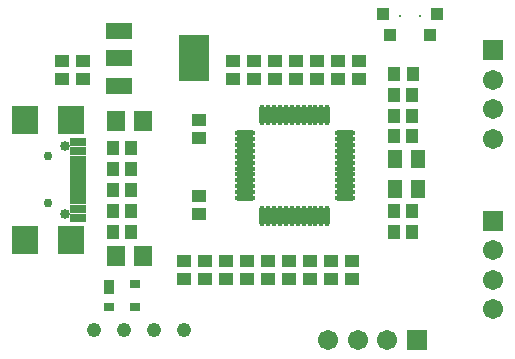
<source format=gts>
G04*
G04 #@! TF.GenerationSoftware,Altium Limited,Altium Designer,21.2.2 (38)*
G04*
G04 Layer_Color=8388736*
%FSLAX25Y25*%
%MOIN*%
G70*
G04*
G04 #@! TF.SameCoordinates,90EED6A2-F189-4C83-9C70-3762F5BC3ACE*
G04*
G04*
G04 #@! TF.FilePolarity,Negative*
G04*
G01*
G75*
%ADD37R,0.04461X0.04658*%
%ADD38R,0.03556X0.03162*%
%ADD39R,0.03556X0.05131*%
%ADD40R,0.04658X0.04461*%
%ADD41R,0.09855X0.15761*%
%ADD42R,0.08674X0.05524*%
%ADD43R,0.06056X0.06706*%
%ADD44R,0.04343X0.03950*%
%ADD45R,0.03950X0.03950*%
%ADD46R,0.05131X0.05918*%
%ADD47O,0.06706X0.01863*%
%ADD48O,0.01863X0.06706*%
%ADD49R,0.08674X0.09383*%
%ADD50R,0.05328X0.03162*%
%ADD51R,0.05328X0.01981*%
G04:AMPARAMS|DCode=52|XSize=48mil|YSize=48mil|CornerRadius=24mil|HoleSize=0mil|Usage=FLASHONLY|Rotation=0.000|XOffset=0mil|YOffset=0mil|HoleType=Round|Shape=RoundedRectangle|*
%AMROUNDEDRECTD52*
21,1,0.04800,0.00000,0,0,0.0*
21,1,0.00000,0.04800,0,0,0.0*
1,1,0.04800,0.00000,0.00000*
1,1,0.04800,0.00000,0.00000*
1,1,0.04800,0.00000,0.00000*
1,1,0.04800,0.00000,0.00000*
%
%ADD52ROUNDEDRECTD52*%
%ADD53R,0.06706X0.06706*%
%ADD54C,0.06706*%
%ADD55R,0.06706X0.06706*%
%ADD56C,0.00800*%
%ADD57C,0.02965*%
%ADD58C,0.03359*%
D37*
X45531Y41500D02*
D03*
X39469D02*
D03*
X45531Y48500D02*
D03*
X39469D02*
D03*
X45531Y69500D02*
D03*
X39469D02*
D03*
X39469Y62500D02*
D03*
X45531D02*
D03*
X39469Y55500D02*
D03*
X45531D02*
D03*
X139032Y87250D02*
D03*
X132968D02*
D03*
X132968Y80250D02*
D03*
X139032D02*
D03*
X139281Y94250D02*
D03*
X133219D02*
D03*
X133012Y48532D02*
D03*
X139075D02*
D03*
X133012Y73532D02*
D03*
X139075D02*
D03*
X132968Y41500D02*
D03*
X139032D02*
D03*
D38*
X46830Y24240D02*
D03*
Y16760D02*
D03*
X38169D02*
D03*
D39*
Y23453D02*
D03*
D40*
X68000Y53531D02*
D03*
Y47469D02*
D03*
X86500Y92468D02*
D03*
Y98531D02*
D03*
X79500Y92468D02*
D03*
Y98531D02*
D03*
X29500Y92469D02*
D03*
Y98532D02*
D03*
X22500Y92469D02*
D03*
Y98532D02*
D03*
X98000Y32032D02*
D03*
Y25969D02*
D03*
X84000Y32032D02*
D03*
Y25969D02*
D03*
X70000Y32032D02*
D03*
Y25969D02*
D03*
X91000Y32032D02*
D03*
Y25969D02*
D03*
X77000Y32032D02*
D03*
Y25969D02*
D03*
X63000Y25969D02*
D03*
Y32032D02*
D03*
X105000Y25969D02*
D03*
Y32032D02*
D03*
X112000Y25969D02*
D03*
Y32032D02*
D03*
X68000Y72969D02*
D03*
Y79031D02*
D03*
X93500Y92469D02*
D03*
Y98532D02*
D03*
X100500Y98532D02*
D03*
Y92469D02*
D03*
X107500Y92469D02*
D03*
Y98532D02*
D03*
X114500Y98782D02*
D03*
Y92718D02*
D03*
X121500Y92718D02*
D03*
Y98782D02*
D03*
X119000Y25969D02*
D03*
Y32032D02*
D03*
D41*
X66500Y99500D02*
D03*
D42*
X41500D02*
D03*
Y90445D02*
D03*
Y108555D02*
D03*
D43*
X49498Y33500D02*
D03*
X40502D02*
D03*
X49498Y78500D02*
D03*
X40502D02*
D03*
D44*
X129400Y114300D02*
D03*
X147510D02*
D03*
D45*
X145089Y107449D02*
D03*
X131900D02*
D03*
D46*
X133300Y65800D02*
D03*
X141200D02*
D03*
X133300Y56100D02*
D03*
X141200D02*
D03*
D47*
X116747Y52941D02*
D03*
Y54911D02*
D03*
Y56878D02*
D03*
Y58848D02*
D03*
Y60815D02*
D03*
Y62785D02*
D03*
Y64752D02*
D03*
Y66721D02*
D03*
Y68689D02*
D03*
Y70658D02*
D03*
Y72626D02*
D03*
Y74595D02*
D03*
X83284D02*
D03*
Y72626D02*
D03*
Y70658D02*
D03*
Y68689D02*
D03*
Y66721D02*
D03*
Y64752D02*
D03*
Y62785D02*
D03*
Y60815D02*
D03*
Y58848D02*
D03*
Y56878D02*
D03*
Y54911D02*
D03*
Y52941D02*
D03*
D48*
X110843Y80501D02*
D03*
X108874Y80500D02*
D03*
X106906Y80501D02*
D03*
X104937Y80500D02*
D03*
X102969Y80501D02*
D03*
X101000Y80500D02*
D03*
X99032Y80501D02*
D03*
X97063Y80500D02*
D03*
X95095Y80501D02*
D03*
X93126Y80500D02*
D03*
X91158Y80501D02*
D03*
X89189Y80500D02*
D03*
X89188Y47036D02*
D03*
X91157Y47037D02*
D03*
X93125Y47036D02*
D03*
X95094Y47037D02*
D03*
X97062Y47036D02*
D03*
X99031Y47037D02*
D03*
X100999Y47036D02*
D03*
X102968Y47036D02*
D03*
X104936Y47036D02*
D03*
X106905Y47036D02*
D03*
X108873Y47036D02*
D03*
X110842Y47036D02*
D03*
D49*
X25545Y79118D02*
D03*
X10191D02*
D03*
X25545Y38882D02*
D03*
X10191D02*
D03*
D50*
X27809Y46402D02*
D03*
Y49354D02*
D03*
Y68646D02*
D03*
Y71599D02*
D03*
D51*
Y52110D02*
D03*
Y54077D02*
D03*
Y56047D02*
D03*
Y58017D02*
D03*
Y59987D02*
D03*
Y61957D02*
D03*
Y63917D02*
D03*
Y65887D02*
D03*
D52*
X63000Y9000D02*
D03*
X53000D02*
D03*
X43000D02*
D03*
X33000D02*
D03*
D53*
X140685Y5500D02*
D03*
D54*
X130843D02*
D03*
X121000D02*
D03*
X111158D02*
D03*
X166000Y35500D02*
D03*
Y25657D02*
D03*
Y15815D02*
D03*
Y92343D02*
D03*
Y82500D02*
D03*
Y72658D02*
D03*
D55*
Y45342D02*
D03*
Y102185D02*
D03*
D56*
X135153Y113551D02*
D03*
X141847D02*
D03*
D57*
X17748Y51125D02*
D03*
Y66873D02*
D03*
D58*
X23577Y47622D02*
D03*
Y70378D02*
D03*
M02*

</source>
